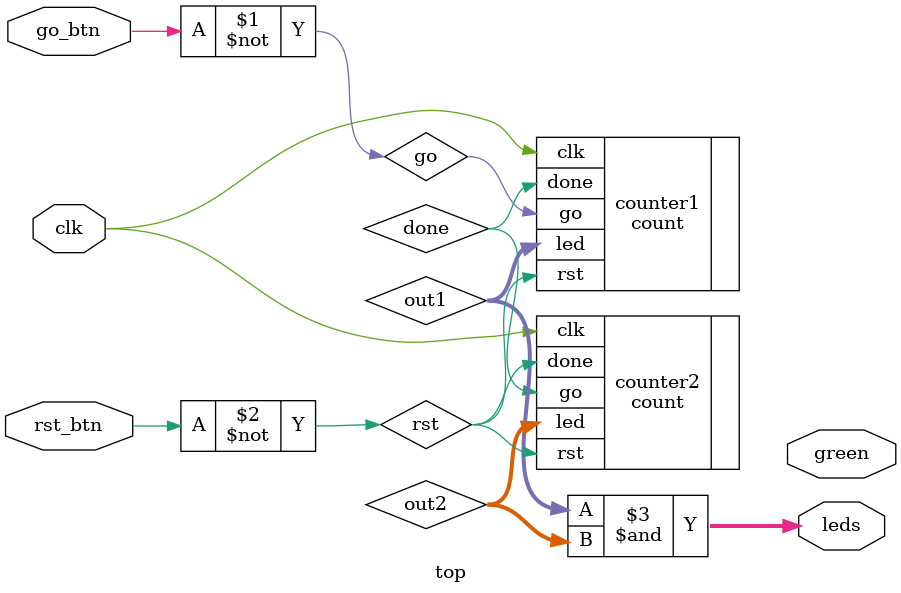
<source format=v>
module top(
	
	input	go_btn,
	input	clk,
	input	rst_btn,
	
	output	[0:3]	leds,
	output			green
	
);

	wire go;
	wire rst;
	
	assign go = ~go_btn;
	assign rst = ~rst_btn;
	
	wire [3:0]	out1;
	wire [3:0]	out2;
	assign leds = out1 & out2;
	
	wire done;

	
	count counter1 (
		.go(go),
		.clk(clk),
		.rst(rst),
		.led(out1),
		.done(done)
	);
	
	
	count #(
		.LEDS_STEP(4'b1111),
		.LEDS_BEGIN(4'b1111),
		.LEDS_END(4'b0000)
	) counter2 (
		.go(done),
		.clk(clk),
		.rst(rst),
		.led(out2),
		.done(rst)
	);

endmodule
</source>
